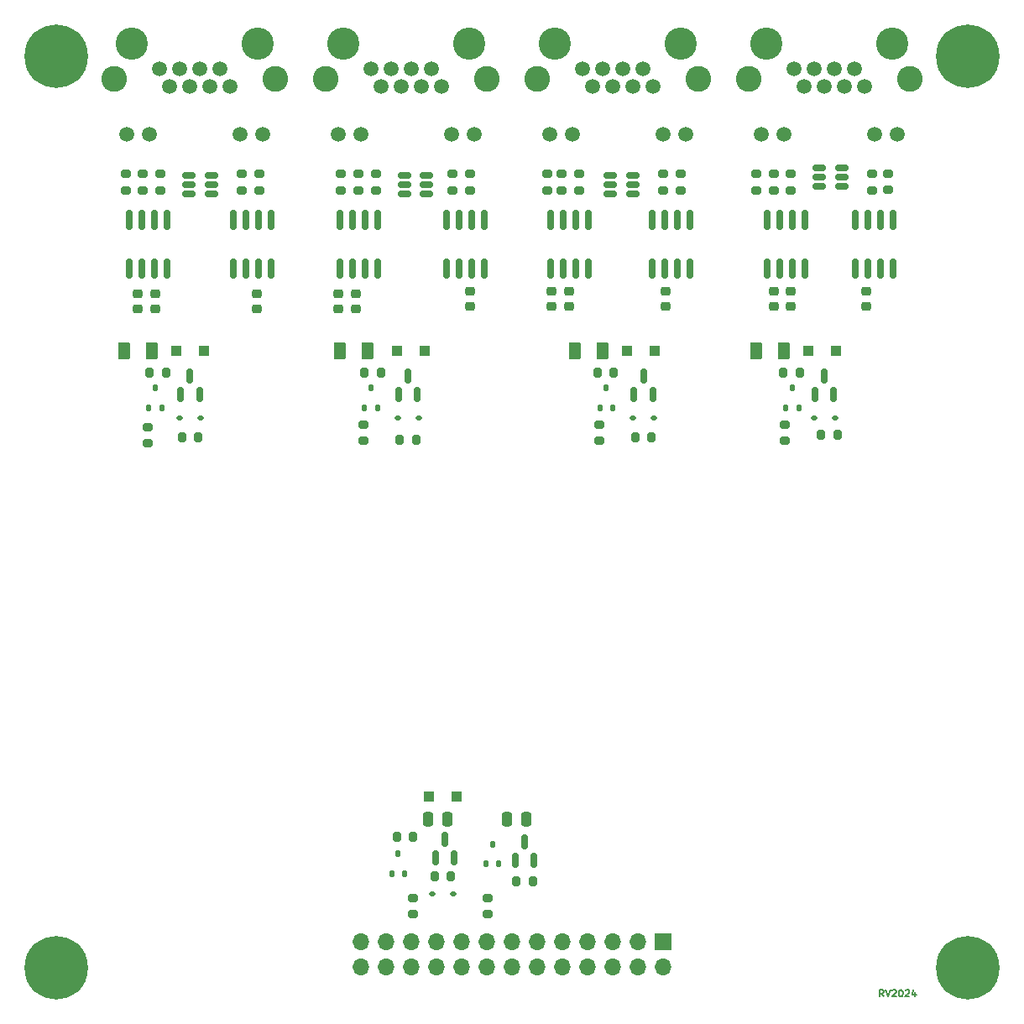
<source format=gts>
G04 #@! TF.GenerationSoftware,KiCad,Pcbnew,8.0.5*
G04 #@! TF.CreationDate,2024-09-25T12:15:50+03:00*
G04 #@! TF.ProjectId,rioctrl-stepdir4,72696f63-7472-46c2-9d73-746570646972,rev?*
G04 #@! TF.SameCoordinates,Original*
G04 #@! TF.FileFunction,Soldermask,Top*
G04 #@! TF.FilePolarity,Negative*
%FSLAX46Y46*%
G04 Gerber Fmt 4.6, Leading zero omitted, Abs format (unit mm)*
G04 Created by KiCad (PCBNEW 8.0.5) date 2024-09-25 12:15:50*
%MOMM*%
%LPD*%
G01*
G04 APERTURE LIST*
G04 Aperture macros list*
%AMRoundRect*
0 Rectangle with rounded corners*
0 $1 Rounding radius*
0 $2 $3 $4 $5 $6 $7 $8 $9 X,Y pos of 4 corners*
0 Add a 4 corners polygon primitive as box body*
4,1,4,$2,$3,$4,$5,$6,$7,$8,$9,$2,$3,0*
0 Add four circle primitives for the rounded corners*
1,1,$1+$1,$2,$3*
1,1,$1+$1,$4,$5*
1,1,$1+$1,$6,$7*
1,1,$1+$1,$8,$9*
0 Add four rect primitives between the rounded corners*
20,1,$1+$1,$2,$3,$4,$5,0*
20,1,$1+$1,$4,$5,$6,$7,0*
20,1,$1+$1,$6,$7,$8,$9,0*
20,1,$1+$1,$8,$9,$2,$3,0*%
G04 Aperture macros list end*
%ADD10C,0.150000*%
%ADD11RoundRect,0.200000X0.275000X-0.200000X0.275000X0.200000X-0.275000X0.200000X-0.275000X-0.200000X0*%
%ADD12RoundRect,0.250000X-0.300000X-0.300000X0.300000X-0.300000X0.300000X0.300000X-0.300000X0.300000X0*%
%ADD13RoundRect,0.200000X-0.275000X0.200000X-0.275000X-0.200000X0.275000X-0.200000X0.275000X0.200000X0*%
%ADD14RoundRect,0.150000X0.150000X-0.825000X0.150000X0.825000X-0.150000X0.825000X-0.150000X-0.825000X0*%
%ADD15RoundRect,0.218750X0.256250X-0.218750X0.256250X0.218750X-0.256250X0.218750X-0.256250X-0.218750X0*%
%ADD16R,1.700000X1.700000*%
%ADD17O,1.700000X1.700000*%
%ADD18RoundRect,0.150000X0.150000X-0.587500X0.150000X0.587500X-0.150000X0.587500X-0.150000X-0.587500X0*%
%ADD19C,3.250000*%
%ADD20C,1.500000*%
%ADD21C,2.600000*%
%ADD22RoundRect,0.112500X-0.112500X-0.237500X0.112500X-0.237500X0.112500X0.237500X-0.112500X0.237500X0*%
%ADD23RoundRect,0.250000X0.250000X0.475000X-0.250000X0.475000X-0.250000X-0.475000X0.250000X-0.475000X0*%
%ADD24RoundRect,0.225000X-0.250000X0.225000X-0.250000X-0.225000X0.250000X-0.225000X0.250000X0.225000X0*%
%ADD25RoundRect,0.250000X0.375000X0.625000X-0.375000X0.625000X-0.375000X-0.625000X0.375000X-0.625000X0*%
%ADD26RoundRect,0.200000X0.200000X0.275000X-0.200000X0.275000X-0.200000X-0.275000X0.200000X-0.275000X0*%
%ADD27C,0.800000*%
%ADD28C,6.400000*%
%ADD29RoundRect,0.112500X0.187500X0.112500X-0.187500X0.112500X-0.187500X-0.112500X0.187500X-0.112500X0*%
%ADD30RoundRect,0.150000X-0.512500X-0.150000X0.512500X-0.150000X0.512500X0.150000X-0.512500X0.150000X0*%
%ADD31RoundRect,0.250000X0.300000X0.300000X-0.300000X0.300000X-0.300000X-0.300000X0.300000X-0.300000X0*%
G04 APERTURE END LIST*
D10*
X162465350Y-153906533D02*
X162232017Y-153573200D01*
X162065350Y-153906533D02*
X162065350Y-153206533D01*
X162065350Y-153206533D02*
X162332017Y-153206533D01*
X162332017Y-153206533D02*
X162398684Y-153239866D01*
X162398684Y-153239866D02*
X162432017Y-153273200D01*
X162432017Y-153273200D02*
X162465350Y-153339866D01*
X162465350Y-153339866D02*
X162465350Y-153439866D01*
X162465350Y-153439866D02*
X162432017Y-153506533D01*
X162432017Y-153506533D02*
X162398684Y-153539866D01*
X162398684Y-153539866D02*
X162332017Y-153573200D01*
X162332017Y-153573200D02*
X162065350Y-153573200D01*
X162665350Y-153206533D02*
X162898684Y-153906533D01*
X162898684Y-153906533D02*
X163132017Y-153206533D01*
X163332017Y-153273200D02*
X163365350Y-153239866D01*
X163365350Y-153239866D02*
X163432017Y-153206533D01*
X163432017Y-153206533D02*
X163598684Y-153206533D01*
X163598684Y-153206533D02*
X163665350Y-153239866D01*
X163665350Y-153239866D02*
X163698684Y-153273200D01*
X163698684Y-153273200D02*
X163732017Y-153339866D01*
X163732017Y-153339866D02*
X163732017Y-153406533D01*
X163732017Y-153406533D02*
X163698684Y-153506533D01*
X163698684Y-153506533D02*
X163298684Y-153906533D01*
X163298684Y-153906533D02*
X163732017Y-153906533D01*
X164165351Y-153206533D02*
X164232017Y-153206533D01*
X164232017Y-153206533D02*
X164298684Y-153239866D01*
X164298684Y-153239866D02*
X164332017Y-153273200D01*
X164332017Y-153273200D02*
X164365351Y-153339866D01*
X164365351Y-153339866D02*
X164398684Y-153473200D01*
X164398684Y-153473200D02*
X164398684Y-153639866D01*
X164398684Y-153639866D02*
X164365351Y-153773200D01*
X164365351Y-153773200D02*
X164332017Y-153839866D01*
X164332017Y-153839866D02*
X164298684Y-153873200D01*
X164298684Y-153873200D02*
X164232017Y-153906533D01*
X164232017Y-153906533D02*
X164165351Y-153906533D01*
X164165351Y-153906533D02*
X164098684Y-153873200D01*
X164098684Y-153873200D02*
X164065351Y-153839866D01*
X164065351Y-153839866D02*
X164032017Y-153773200D01*
X164032017Y-153773200D02*
X163998684Y-153639866D01*
X163998684Y-153639866D02*
X163998684Y-153473200D01*
X163998684Y-153473200D02*
X164032017Y-153339866D01*
X164032017Y-153339866D02*
X164065351Y-153273200D01*
X164065351Y-153273200D02*
X164098684Y-153239866D01*
X164098684Y-153239866D02*
X164165351Y-153206533D01*
X164665351Y-153273200D02*
X164698684Y-153239866D01*
X164698684Y-153239866D02*
X164765351Y-153206533D01*
X164765351Y-153206533D02*
X164932018Y-153206533D01*
X164932018Y-153206533D02*
X164998684Y-153239866D01*
X164998684Y-153239866D02*
X165032018Y-153273200D01*
X165032018Y-153273200D02*
X165065351Y-153339866D01*
X165065351Y-153339866D02*
X165065351Y-153406533D01*
X165065351Y-153406533D02*
X165032018Y-153506533D01*
X165032018Y-153506533D02*
X164632018Y-153906533D01*
X164632018Y-153906533D02*
X165065351Y-153906533D01*
X165665351Y-153439866D02*
X165665351Y-153906533D01*
X165498685Y-153173200D02*
X165332018Y-153673200D01*
X165332018Y-153673200D02*
X165765351Y-153673200D01*
D11*
G04 #@! TO.C,R18*
X131750000Y-72575000D03*
X131750000Y-70925000D03*
G04 #@! TD*
G04 #@! TO.C,R11*
X151387500Y-72575000D03*
X151387500Y-70925000D03*
G04 #@! TD*
D12*
G04 #@! TO.C,D4*
X154850000Y-88750000D03*
X157650000Y-88750000D03*
G04 #@! TD*
D13*
G04 #@! TO.C,R13*
X133750000Y-96175000D03*
X133750000Y-97825000D03*
G04 #@! TD*
D14*
G04 #@! TO.C,U1*
X150732500Y-80475000D03*
X152002500Y-80475000D03*
X153272500Y-80475000D03*
X154542500Y-80475000D03*
X154542500Y-75525000D03*
X153272500Y-75525000D03*
X152002500Y-75525000D03*
X150732500Y-75525000D03*
G04 #@! TD*
D11*
G04 #@! TO.C,R10*
X153137500Y-72575000D03*
X153137500Y-70925000D03*
G04 #@! TD*
D15*
G04 #@! TO.C,FB4*
X87250000Y-84537500D03*
X87250000Y-82962500D03*
G04 #@! TD*
D16*
G04 #@! TO.C,J1*
X140225000Y-148350000D03*
D17*
X140225000Y-150890000D03*
X137685000Y-148350000D03*
X137685000Y-150890000D03*
X135145000Y-148350000D03*
X135145000Y-150890000D03*
X132605000Y-148350000D03*
X132605000Y-150890000D03*
X130065000Y-148350000D03*
X130065000Y-150890000D03*
X127525000Y-148350000D03*
X127525000Y-150890000D03*
X124985000Y-148350000D03*
X124985000Y-150890000D03*
X122445000Y-148350000D03*
X122445000Y-150890000D03*
X119905000Y-148350000D03*
X119905000Y-150890000D03*
X117365000Y-148350000D03*
X117365000Y-150890000D03*
X114825000Y-148350000D03*
X114825000Y-150890000D03*
X112285000Y-148350000D03*
X112285000Y-150890000D03*
X109745000Y-148350000D03*
X109745000Y-150890000D03*
G04 #@! TD*
D18*
G04 #@! TO.C,Q4*
X125300000Y-140187500D03*
X127200000Y-140187500D03*
X126250000Y-138312500D03*
G04 #@! TD*
D19*
G04 #@! TO.C,J2*
X163350000Y-57750000D03*
X150650000Y-57750000D03*
D20*
X153430000Y-60290000D03*
X154450000Y-62070000D03*
X155470000Y-60290000D03*
X156490000Y-62070000D03*
X157510000Y-60290000D03*
X158530000Y-62070000D03*
X159550000Y-60290000D03*
X160570000Y-62070000D03*
X150140000Y-66880000D03*
X152430000Y-66880000D03*
X161570000Y-66880000D03*
X163860000Y-66880000D03*
D21*
X165130000Y-61310000D03*
X148870000Y-61310000D03*
G04 #@! TD*
D22*
G04 #@! TO.C,Q1*
X112850000Y-141500000D03*
X114150000Y-141500000D03*
X113500000Y-139500000D03*
G04 #@! TD*
D18*
G04 #@! TO.C,Q12*
X91550000Y-93187500D03*
X93450000Y-93187500D03*
X92500000Y-91312500D03*
G04 #@! TD*
G04 #@! TO.C,Q6*
X155550000Y-93187500D03*
X157450000Y-93187500D03*
X156500000Y-91312500D03*
G04 #@! TD*
D23*
G04 #@! TO.C,C2*
X126400000Y-136000000D03*
X124500000Y-136000000D03*
G04 #@! TD*
D22*
G04 #@! TO.C,Q5*
X152600000Y-94500000D03*
X153900000Y-94500000D03*
X153250000Y-92500000D03*
G04 #@! TD*
D18*
G04 #@! TO.C,Q10*
X113550000Y-93187500D03*
X115450000Y-93187500D03*
X114500000Y-91312500D03*
G04 #@! TD*
D24*
G04 #@! TO.C,C3*
X153137500Y-82725000D03*
X153137500Y-84275000D03*
G04 #@! TD*
D25*
G04 #@! TO.C,F2*
X134150000Y-88750000D03*
X131350000Y-88750000D03*
G04 #@! TD*
D24*
G04 #@! TO.C,C7*
X109250000Y-82975000D03*
X109250000Y-84525000D03*
G04 #@! TD*
D18*
G04 #@! TO.C,Q8*
X137300000Y-93187500D03*
X139200000Y-93187500D03*
X138250000Y-91312500D03*
G04 #@! TD*
D13*
G04 #@! TO.C,R21*
X110000000Y-96175000D03*
X110000000Y-97825000D03*
G04 #@! TD*
D26*
G04 #@! TO.C,R15*
X154000000Y-91000000D03*
X152350000Y-91000000D03*
G04 #@! TD*
D15*
G04 #@! TO.C,FB2*
X129000000Y-84287500D03*
X129000000Y-82712500D03*
G04 #@! TD*
D27*
G04 #@! TO.C,H4*
X76600000Y-151000000D03*
X77302944Y-149302944D03*
X77302944Y-152697056D03*
X79000000Y-148600000D03*
D28*
X79000000Y-151000000D03*
D27*
X79000000Y-153400000D03*
X80697056Y-149302944D03*
X80697056Y-152697056D03*
X81400000Y-151000000D03*
G04 #@! TD*
D29*
G04 #@! TO.C,D3*
X157550000Y-95500000D03*
X155450000Y-95500000D03*
G04 #@! TD*
D27*
G04 #@! TO.C,H2*
X168600000Y-59000000D03*
X169302944Y-57302944D03*
X169302944Y-60697056D03*
X171000000Y-56600000D03*
D28*
X171000000Y-59000000D03*
D27*
X171000000Y-61400000D03*
X172697056Y-57302944D03*
X172697056Y-60697056D03*
X173400000Y-59000000D03*
G04 #@! TD*
D24*
G04 #@! TO.C,C5*
X130750000Y-82725000D03*
X130750000Y-84275000D03*
G04 #@! TD*
D12*
G04 #@! TO.C,D13*
X91100000Y-88750000D03*
X93900000Y-88750000D03*
G04 #@! TD*
D25*
G04 #@! TO.C,F3*
X110400000Y-88750000D03*
X107600000Y-88750000D03*
G04 #@! TD*
D14*
G04 #@! TO.C,U7*
X107595000Y-80475000D03*
X108865000Y-80475000D03*
X110135000Y-80475000D03*
X111405000Y-80475000D03*
X111405000Y-75525000D03*
X110135000Y-75525000D03*
X108865000Y-75525000D03*
X107595000Y-75525000D03*
G04 #@! TD*
D11*
G04 #@! TO.C,R17*
X140250000Y-72575000D03*
X140250000Y-70925000D03*
G04 #@! TD*
D29*
G04 #@! TO.C,D1*
X119050000Y-143500000D03*
X116950000Y-143500000D03*
G04 #@! TD*
D11*
G04 #@! TO.C,R26*
X111250000Y-72575000D03*
X111250000Y-70925000D03*
G04 #@! TD*
D30*
G04 #@! TO.C,U6*
X134862500Y-71050000D03*
X134862500Y-72000000D03*
X134862500Y-72950000D03*
X137137500Y-72950000D03*
X137137500Y-72000000D03*
X137137500Y-71050000D03*
G04 #@! TD*
D26*
G04 #@! TO.C,R14*
X139075000Y-97500000D03*
X137425000Y-97500000D03*
G04 #@! TD*
D19*
G04 #@! TO.C,J4*
X120683333Y-57750000D03*
X107983333Y-57750000D03*
D20*
X110763333Y-60290000D03*
X111783333Y-62070000D03*
X112803333Y-60290000D03*
X113823333Y-62070000D03*
X114843333Y-60290000D03*
X115863333Y-62070000D03*
X116883333Y-60290000D03*
X117903333Y-62070000D03*
X107473333Y-66880000D03*
X109763333Y-66880000D03*
X118903333Y-66880000D03*
X121193333Y-66880000D03*
D21*
X122463333Y-61310000D03*
X106203333Y-61310000D03*
G04 #@! TD*
D26*
G04 #@! TO.C,R7*
X115000000Y-137750000D03*
X113350000Y-137750000D03*
G04 #@! TD*
D29*
G04 #@! TO.C,D9*
X115550000Y-95500000D03*
X113450000Y-95500000D03*
G04 #@! TD*
D22*
G04 #@! TO.C,Q11*
X88350000Y-94500000D03*
X89650000Y-94500000D03*
X89000000Y-92500000D03*
G04 #@! TD*
D13*
G04 #@! TO.C,R29*
X88250000Y-96425000D03*
X88250000Y-98075000D03*
G04 #@! TD*
D22*
G04 #@! TO.C,Q9*
X110100000Y-94500000D03*
X111400000Y-94500000D03*
X110750000Y-92500000D03*
G04 #@! TD*
D19*
G04 #@! TO.C,J3*
X142016666Y-57750000D03*
X129316666Y-57750000D03*
D20*
X132096666Y-60290000D03*
X133116666Y-62070000D03*
X134136666Y-60290000D03*
X135156666Y-62070000D03*
X136176666Y-60290000D03*
X137196666Y-62070000D03*
X138216666Y-60290000D03*
X139236666Y-62070000D03*
X128806666Y-66880000D03*
X131096666Y-66880000D03*
X140236666Y-66880000D03*
X142526666Y-66880000D03*
D21*
X143796666Y-61310000D03*
X127536666Y-61310000D03*
G04 #@! TD*
D18*
G04 #@! TO.C,Q3*
X117250000Y-139937500D03*
X119150000Y-139937500D03*
X118200000Y-138062500D03*
G04 #@! TD*
D24*
G04 #@! TO.C,C10*
X99250000Y-82975000D03*
X99250000Y-84525000D03*
G04 #@! TD*
D26*
G04 #@! TO.C,R6*
X157825000Y-97250000D03*
X156175000Y-97250000D03*
G04 #@! TD*
G04 #@! TO.C,R3*
X118825000Y-141750000D03*
X117175000Y-141750000D03*
G04 #@! TD*
D11*
G04 #@! TO.C,R16*
X141990000Y-72575000D03*
X141990000Y-70925000D03*
G04 #@! TD*
G04 #@! TO.C,R19*
X130000000Y-72575000D03*
X130000000Y-70925000D03*
G04 #@! TD*
D22*
G04 #@! TO.C,Q7*
X133850000Y-94500000D03*
X135150000Y-94500000D03*
X134500000Y-92500000D03*
G04 #@! TD*
D13*
G04 #@! TO.C,R20*
X128500000Y-70925000D03*
X128500000Y-72575000D03*
G04 #@! TD*
D24*
G04 #@! TO.C,C6*
X140500000Y-82725000D03*
X140500000Y-84275000D03*
G04 #@! TD*
D29*
G04 #@! TO.C,D6*
X139300000Y-95500000D03*
X137200000Y-95500000D03*
G04 #@! TD*
D26*
G04 #@! TO.C,R23*
X135250000Y-91000000D03*
X133600000Y-91000000D03*
G04 #@! TD*
D12*
G04 #@! TO.C,D10*
X113350000Y-88750000D03*
X116150000Y-88750000D03*
G04 #@! TD*
D13*
G04 #@! TO.C,R36*
X86000000Y-70925000D03*
X86000000Y-72575000D03*
G04 #@! TD*
D14*
G04 #@! TO.C,U11*
X96845000Y-80475000D03*
X98115000Y-80475000D03*
X99385000Y-80475000D03*
X100655000Y-80475000D03*
X100655000Y-75525000D03*
X99385000Y-75525000D03*
X98115000Y-75525000D03*
X96845000Y-75525000D03*
G04 #@! TD*
D12*
G04 #@! TO.C,D7*
X136600000Y-88750000D03*
X139400000Y-88750000D03*
G04 #@! TD*
D11*
G04 #@! TO.C,R34*
X89500000Y-72575000D03*
X89500000Y-70925000D03*
G04 #@! TD*
G04 #@! TO.C,R27*
X109500000Y-72575000D03*
X109500000Y-70925000D03*
G04 #@! TD*
D13*
G04 #@! TO.C,R12*
X149637500Y-70925000D03*
X149637500Y-72575000D03*
G04 #@! TD*
G04 #@! TO.C,R2*
X122500000Y-143925000D03*
X122500000Y-145575000D03*
G04 #@! TD*
D26*
G04 #@! TO.C,R22*
X115325000Y-97750000D03*
X113675000Y-97750000D03*
G04 #@! TD*
D14*
G04 #@! TO.C,U10*
X86345000Y-80475000D03*
X87615000Y-80475000D03*
X88885000Y-80475000D03*
X90155000Y-80475000D03*
X90155000Y-75525000D03*
X88885000Y-75525000D03*
X87615000Y-75525000D03*
X86345000Y-75525000D03*
G04 #@! TD*
D22*
G04 #@! TO.C,Q2*
X122350000Y-140500000D03*
X123650000Y-140500000D03*
X123000000Y-138500000D03*
G04 #@! TD*
D24*
G04 #@! TO.C,C9*
X89000000Y-82975000D03*
X89000000Y-84525000D03*
G04 #@! TD*
D26*
G04 #@! TO.C,R30*
X93325000Y-97500000D03*
X91675000Y-97500000D03*
G04 #@! TD*
D11*
G04 #@! TO.C,R24*
X120750000Y-72575000D03*
X120750000Y-70925000D03*
G04 #@! TD*
D25*
G04 #@! TO.C,F4*
X88650000Y-88750000D03*
X85850000Y-88750000D03*
G04 #@! TD*
G04 #@! TO.C,F1*
X152400000Y-88750000D03*
X149600000Y-88750000D03*
G04 #@! TD*
D15*
G04 #@! TO.C,FB1*
X151387500Y-84287500D03*
X151387500Y-82712500D03*
G04 #@! TD*
D11*
G04 #@! TO.C,R32*
X99500000Y-72575000D03*
X99500000Y-70925000D03*
G04 #@! TD*
D14*
G04 #@! TO.C,U4*
X128845000Y-80475000D03*
X130115000Y-80475000D03*
X131385000Y-80475000D03*
X132655000Y-80475000D03*
X132655000Y-75525000D03*
X131385000Y-75525000D03*
X130115000Y-75525000D03*
X128845000Y-75525000D03*
G04 #@! TD*
D24*
G04 #@! TO.C,C8*
X120750000Y-82725000D03*
X120750000Y-84275000D03*
G04 #@! TD*
D11*
G04 #@! TO.C,R25*
X119000000Y-72575000D03*
X119000000Y-70925000D03*
G04 #@! TD*
D26*
G04 #@! TO.C,R31*
X111750000Y-91000000D03*
X110100000Y-91000000D03*
G04 #@! TD*
D14*
G04 #@! TO.C,U2*
X159595000Y-80475000D03*
X160865000Y-80475000D03*
X162135000Y-80475000D03*
X163405000Y-80475000D03*
X163405000Y-75525000D03*
X162135000Y-75525000D03*
X160865000Y-75525000D03*
X159595000Y-75525000D03*
G04 #@! TD*
D24*
G04 #@! TO.C,C4*
X160750000Y-82725000D03*
X160750000Y-84275000D03*
G04 #@! TD*
D13*
G04 #@! TO.C,R28*
X107750000Y-70925000D03*
X107750000Y-72575000D03*
G04 #@! TD*
D15*
G04 #@! TO.C,FB3*
X107500000Y-84537500D03*
X107500000Y-82962500D03*
G04 #@! TD*
D11*
G04 #@! TO.C,R33*
X97750000Y-72575000D03*
X97750000Y-70925000D03*
G04 #@! TD*
D26*
G04 #@! TO.C,R37*
X90075000Y-91000000D03*
X88425000Y-91000000D03*
G04 #@! TD*
D27*
G04 #@! TO.C,H1*
X76600000Y-59000000D03*
X77302944Y-57302944D03*
X77302944Y-60697056D03*
X79000000Y-56600000D03*
D28*
X79000000Y-59000000D03*
D27*
X79000000Y-61400000D03*
X80697056Y-57302944D03*
X80697056Y-60697056D03*
X81400000Y-59000000D03*
G04 #@! TD*
D13*
G04 #@! TO.C,R1*
X115000000Y-143925000D03*
X115000000Y-145575000D03*
G04 #@! TD*
D11*
G04 #@! TO.C,R35*
X87750000Y-72575000D03*
X87750000Y-70925000D03*
G04 #@! TD*
D31*
G04 #@! TO.C,D2*
X119400000Y-133750000D03*
X116600000Y-133750000D03*
G04 #@! TD*
D14*
G04 #@! TO.C,U5*
X139095000Y-80475000D03*
X140365000Y-80475000D03*
X141635000Y-80475000D03*
X142905000Y-80475000D03*
X142905000Y-75525000D03*
X141635000Y-75525000D03*
X140365000Y-75525000D03*
X139095000Y-75525000D03*
G04 #@! TD*
D29*
G04 #@! TO.C,D12*
X93550000Y-95500000D03*
X91450000Y-95500000D03*
G04 #@! TD*
D27*
G04 #@! TO.C,H3*
X168600000Y-151000000D03*
X169302944Y-149302944D03*
X169302944Y-152697056D03*
X171000000Y-148600000D03*
D28*
X171000000Y-151000000D03*
D27*
X171000000Y-153400000D03*
X172697056Y-149302944D03*
X172697056Y-152697056D03*
X173400000Y-151000000D03*
G04 #@! TD*
D13*
G04 #@! TO.C,R5*
X152500000Y-96175000D03*
X152500000Y-97825000D03*
G04 #@! TD*
D11*
G04 #@! TO.C,R8*
X162900000Y-72525000D03*
X162900000Y-70875000D03*
G04 #@! TD*
D19*
G04 #@! TO.C,J5*
X99350000Y-57750000D03*
X86650000Y-57750000D03*
D20*
X89430000Y-60290000D03*
X90450000Y-62070000D03*
X91470000Y-60290000D03*
X92490000Y-62070000D03*
X93510000Y-60290000D03*
X94530000Y-62070000D03*
X95550000Y-60290000D03*
X96570000Y-62070000D03*
X86140000Y-66880000D03*
X88430000Y-66880000D03*
X97570000Y-66880000D03*
X99860000Y-66880000D03*
D21*
X101130000Y-61310000D03*
X84870000Y-61310000D03*
G04 #@! TD*
D26*
G04 #@! TO.C,R4*
X127075000Y-142250000D03*
X125425000Y-142250000D03*
G04 #@! TD*
D23*
G04 #@! TO.C,C1*
X118450000Y-136000000D03*
X116550000Y-136000000D03*
G04 #@! TD*
D30*
G04 #@! TO.C,U3*
X156000000Y-70300000D03*
X156000000Y-71250000D03*
X156000000Y-72200000D03*
X158275000Y-72200000D03*
X158275000Y-71250000D03*
X158275000Y-70300000D03*
G04 #@! TD*
D14*
G04 #@! TO.C,U8*
X118345000Y-80475000D03*
X119615000Y-80475000D03*
X120885000Y-80475000D03*
X122155000Y-80475000D03*
X122155000Y-75525000D03*
X120885000Y-75525000D03*
X119615000Y-75525000D03*
X118345000Y-75525000D03*
G04 #@! TD*
D30*
G04 #@! TO.C,U9*
X114112500Y-71050000D03*
X114112500Y-72000000D03*
X114112500Y-72950000D03*
X116387500Y-72950000D03*
X116387500Y-72000000D03*
X116387500Y-71050000D03*
G04 #@! TD*
G04 #@! TO.C,U12*
X92362500Y-71050000D03*
X92362500Y-72000000D03*
X92362500Y-72950000D03*
X94637500Y-72950000D03*
X94637500Y-72000000D03*
X94637500Y-71050000D03*
G04 #@! TD*
D11*
G04 #@! TO.C,R9*
X161300000Y-72575000D03*
X161300000Y-70925000D03*
G04 #@! TD*
M02*

</source>
